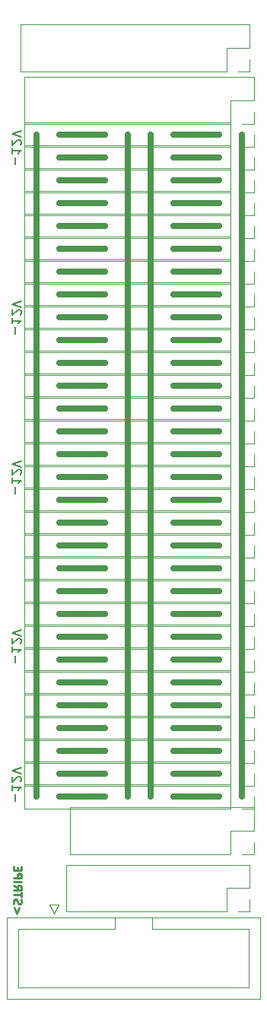
<source format=gbo>
%TF.GenerationSoftware,KiCad,Pcbnew,(6.0.1)*%
%TF.CreationDate,2022-11-03T08:37:49-04:00*%
%TF.ProjectId,ER-PROTO-02-DB,45522d50-524f-4544-9f2d-30322d44422e,1*%
%TF.SameCoordinates,Original*%
%TF.FileFunction,Legend,Bot*%
%TF.FilePolarity,Positive*%
%FSLAX46Y46*%
G04 Gerber Fmt 4.6, Leading zero omitted, Abs format (unit mm)*
G04 Created by KiCad (PCBNEW (6.0.1)) date 2022-11-03 08:37:49*
%MOMM*%
%LPD*%
G01*
G04 APERTURE LIST*
%ADD10C,0.150000*%
%ADD11C,0.635000*%
%ADD12C,0.222250*%
%ADD13C,0.120000*%
G04 APERTURE END LIST*
D10*
X99242571Y-81644904D02*
X99242571Y-80883000D01*
X98861619Y-79883000D02*
X98861619Y-80454428D01*
X98861619Y-80168714D02*
X99861619Y-80168714D01*
X99718761Y-80263952D01*
X99623523Y-80359190D01*
X99575904Y-80454428D01*
X99766380Y-79502047D02*
X99814000Y-79454428D01*
X99861619Y-79359190D01*
X99861619Y-79121095D01*
X99814000Y-79025857D01*
X99766380Y-78978238D01*
X99671142Y-78930619D01*
X99575904Y-78930619D01*
X99433047Y-78978238D01*
X98861619Y-79549666D01*
X98861619Y-78930619D01*
X99861619Y-78644904D02*
X98861619Y-78311571D01*
X99861619Y-77978238D01*
X99242571Y-45068904D02*
X99242571Y-44307000D01*
X98861619Y-43307000D02*
X98861619Y-43878428D01*
X98861619Y-43592714D02*
X99861619Y-43592714D01*
X99718761Y-43687952D01*
X99623523Y-43783190D01*
X99575904Y-43878428D01*
X99766380Y-42926047D02*
X99814000Y-42878428D01*
X99861619Y-42783190D01*
X99861619Y-42545095D01*
X99814000Y-42449857D01*
X99766380Y-42402238D01*
X99671142Y-42354619D01*
X99575904Y-42354619D01*
X99433047Y-42402238D01*
X98861619Y-42973666D01*
X98861619Y-42354619D01*
X99861619Y-42068904D02*
X98861619Y-41735571D01*
X99861619Y-41402238D01*
X99242571Y-62848904D02*
X99242571Y-62087000D01*
X98861619Y-61087000D02*
X98861619Y-61658428D01*
X98861619Y-61372714D02*
X99861619Y-61372714D01*
X99718761Y-61467952D01*
X99623523Y-61563190D01*
X99575904Y-61658428D01*
X99766380Y-60706047D02*
X99814000Y-60658428D01*
X99861619Y-60563190D01*
X99861619Y-60325095D01*
X99814000Y-60229857D01*
X99766380Y-60182238D01*
X99671142Y-60134619D01*
X99575904Y-60134619D01*
X99433047Y-60182238D01*
X98861619Y-60753666D01*
X98861619Y-60134619D01*
X99861619Y-59848904D02*
X98861619Y-59515571D01*
X99861619Y-59182238D01*
D11*
X116840000Y-40640000D02*
X121920000Y-40640000D01*
X116840000Y-63500000D02*
X121920000Y-63500000D01*
X111760000Y-96520000D02*
X111760000Y-22860000D01*
X104140000Y-33020000D02*
X109220000Y-33020000D01*
X104140000Y-60960000D02*
X109220000Y-60960000D01*
X116840000Y-93980000D02*
X121920000Y-93980000D01*
X116840000Y-73660000D02*
X121920000Y-73660000D01*
X104140000Y-93980000D02*
X109220000Y-93980000D01*
X104140000Y-53340000D02*
X109220000Y-53340000D01*
X116840000Y-96520000D02*
X121920000Y-96520000D01*
X116840000Y-71120000D02*
X121920000Y-71120000D01*
X116840000Y-60960000D02*
X121920000Y-60960000D01*
X116840000Y-58420000D02*
X121920000Y-58420000D01*
X116840000Y-30480000D02*
X121920000Y-30480000D01*
X104140000Y-81280000D02*
X109220000Y-81280000D01*
X116840000Y-50800000D02*
X121920000Y-50800000D01*
X116840000Y-35560000D02*
X121920000Y-35560000D01*
X116840000Y-45720000D02*
X121920000Y-45720000D01*
X116840000Y-22860000D02*
X121920000Y-22860000D01*
X104140000Y-58420000D02*
X109220000Y-58420000D01*
X104140000Y-25400000D02*
X109220000Y-25400000D01*
X104140000Y-83820000D02*
X109220000Y-83820000D01*
X104140000Y-45720000D02*
X109220000Y-45720000D01*
X104140000Y-27940000D02*
X109220000Y-27940000D01*
X104140000Y-66040000D02*
X109220000Y-66040000D01*
X116840000Y-88900000D02*
X121920000Y-88900000D01*
X116840000Y-81280000D02*
X121920000Y-81280000D01*
X104140000Y-91440000D02*
X109220000Y-91440000D01*
X104140000Y-50800000D02*
X109220000Y-50800000D01*
X101600000Y-96520000D02*
X101600000Y-22860000D01*
X104140000Y-76200000D02*
X109220000Y-76200000D01*
X104140000Y-22860000D02*
X109220000Y-22860000D01*
X104140000Y-40640000D02*
X109220000Y-40640000D01*
X116840000Y-76200000D02*
X121920000Y-76200000D01*
X116840000Y-53340000D02*
X121920000Y-53340000D01*
X116840000Y-91440000D02*
X121920000Y-91440000D01*
X104140000Y-55880000D02*
X109220000Y-55880000D01*
X116840000Y-66040000D02*
X121920000Y-66040000D01*
X116840000Y-43180000D02*
X121920000Y-43180000D01*
X116840000Y-86360000D02*
X121920000Y-86360000D01*
X116840000Y-83820000D02*
X121920000Y-83820000D01*
X104140000Y-86360000D02*
X109220000Y-86360000D01*
X104140000Y-43180000D02*
X109220000Y-43180000D01*
X124460000Y-96520000D02*
X124460000Y-22860000D01*
X116840000Y-68580000D02*
X121920000Y-68580000D01*
X116840000Y-78740000D02*
X121920000Y-78740000D01*
X114300000Y-96520000D02*
X114300000Y-22860000D01*
X116840000Y-27940000D02*
X121920000Y-27940000D01*
X104140000Y-73660000D02*
X109220000Y-73660000D01*
X104140000Y-63500000D02*
X109220000Y-63500000D01*
X116840000Y-33020000D02*
X121920000Y-33020000D01*
X116840000Y-38100000D02*
X121920000Y-38100000D01*
X116840000Y-48260000D02*
X121920000Y-48260000D01*
X104140000Y-48260000D02*
X109220000Y-48260000D01*
X104140000Y-68580000D02*
X109220000Y-68580000D01*
X104140000Y-38100000D02*
X109220000Y-38100000D01*
X116840000Y-25400000D02*
X121920000Y-25400000D01*
X104140000Y-71120000D02*
X109220000Y-71120000D01*
X104140000Y-88900000D02*
X109220000Y-88900000D01*
X104140000Y-96520000D02*
X109220000Y-96520000D01*
X104140000Y-30480000D02*
X109220000Y-30480000D01*
X104140000Y-35560000D02*
X109220000Y-35560000D01*
X116840000Y-55880000D02*
X121920000Y-55880000D01*
X104140000Y-78740000D02*
X109220000Y-78740000D01*
D12*
X99631500Y-108860166D02*
X99377500Y-109537500D01*
X99123500Y-108860166D01*
X99081166Y-108479166D02*
X99038833Y-108352166D01*
X99038833Y-108140500D01*
X99081166Y-108055833D01*
X99123500Y-108013500D01*
X99208166Y-107971166D01*
X99292833Y-107971166D01*
X99377500Y-108013500D01*
X99419833Y-108055833D01*
X99462166Y-108140500D01*
X99504500Y-108309833D01*
X99546833Y-108394500D01*
X99589166Y-108436833D01*
X99673833Y-108479166D01*
X99758500Y-108479166D01*
X99843166Y-108436833D01*
X99885500Y-108394500D01*
X99927833Y-108309833D01*
X99927833Y-108098166D01*
X99885500Y-107971166D01*
X99927833Y-107717166D02*
X99927833Y-107209166D01*
X99038833Y-107463166D02*
X99927833Y-107463166D01*
X99038833Y-106404833D02*
X99462166Y-106701166D01*
X99038833Y-106912833D02*
X99927833Y-106912833D01*
X99927833Y-106574166D01*
X99885500Y-106489500D01*
X99843166Y-106447166D01*
X99758500Y-106404833D01*
X99631500Y-106404833D01*
X99546833Y-106447166D01*
X99504500Y-106489500D01*
X99462166Y-106574166D01*
X99462166Y-106912833D01*
X99038833Y-106023833D02*
X99927833Y-106023833D01*
X99038833Y-105600500D02*
X99927833Y-105600500D01*
X99927833Y-105261833D01*
X99885500Y-105177166D01*
X99843166Y-105134833D01*
X99758500Y-105092500D01*
X99631500Y-105092500D01*
X99546833Y-105134833D01*
X99504500Y-105177166D01*
X99462166Y-105261833D01*
X99462166Y-105600500D01*
X99504500Y-104711500D02*
X99504500Y-104415166D01*
X99038833Y-104288166D02*
X99038833Y-104711500D01*
X99927833Y-104711500D01*
X99927833Y-104288166D01*
D10*
X99242571Y-97011904D02*
X99242571Y-96250000D01*
X98861619Y-95250000D02*
X98861619Y-95821428D01*
X98861619Y-95535714D02*
X99861619Y-95535714D01*
X99718761Y-95630952D01*
X99623523Y-95726190D01*
X99575904Y-95821428D01*
X99766380Y-94869047D02*
X99814000Y-94821428D01*
X99861619Y-94726190D01*
X99861619Y-94488095D01*
X99814000Y-94392857D01*
X99766380Y-94345238D01*
X99671142Y-94297619D01*
X99575904Y-94297619D01*
X99433047Y-94345238D01*
X98861619Y-94916666D01*
X98861619Y-94297619D01*
X99861619Y-94011904D02*
X98861619Y-93678571D01*
X99861619Y-93345238D01*
X99242571Y-26145904D02*
X99242571Y-25384000D01*
X98861619Y-24384000D02*
X98861619Y-24955428D01*
X98861619Y-24669714D02*
X99861619Y-24669714D01*
X99718761Y-24764952D01*
X99623523Y-24860190D01*
X99575904Y-24955428D01*
X99766380Y-24003047D02*
X99814000Y-23955428D01*
X99861619Y-23860190D01*
X99861619Y-23622095D01*
X99814000Y-23526857D01*
X99766380Y-23479238D01*
X99671142Y-23431619D01*
X99575904Y-23431619D01*
X99433047Y-23479238D01*
X98861619Y-24050666D01*
X98861619Y-23431619D01*
X99861619Y-23145904D02*
X98861619Y-22812571D01*
X99861619Y-22479238D01*
D13*
%TO.C,J19*%
X123190000Y-47050000D02*
X123190000Y-44390000D01*
X124460000Y-47050000D02*
X125790000Y-47050000D01*
X100270000Y-47050000D02*
X100270000Y-44390000D01*
X125790000Y-47050000D02*
X125790000Y-45720000D01*
X123190000Y-47050000D02*
X100270000Y-47050000D01*
X123190000Y-44390000D02*
X100270000Y-44390000D01*
%TO.C,J11*%
X123190000Y-41850000D02*
X100270000Y-41850000D01*
X125790000Y-44510000D02*
X125790000Y-43180000D01*
X100270000Y-44510000D02*
X100270000Y-41850000D01*
X124460000Y-44510000D02*
X125790000Y-44510000D01*
X123190000Y-44510000D02*
X100270000Y-44510000D01*
X123190000Y-44510000D02*
X123190000Y-41850000D01*
%TO.C,J10*%
X123190000Y-62290000D02*
X100270000Y-62290000D01*
X123190000Y-59630000D02*
X100270000Y-59630000D01*
X125790000Y-62290000D02*
X125790000Y-60960000D01*
X100270000Y-62290000D02*
X100270000Y-59630000D01*
X124460000Y-62290000D02*
X125790000Y-62290000D01*
X123190000Y-62290000D02*
X123190000Y-59630000D01*
%TO.C,J4*%
X123190000Y-90230000D02*
X123190000Y-87570000D01*
X124460000Y-90230000D02*
X125790000Y-90230000D01*
X123190000Y-87570000D02*
X100270000Y-87570000D01*
X123190000Y-90230000D02*
X100270000Y-90230000D01*
X125790000Y-90230000D02*
X125790000Y-88900000D01*
X100270000Y-90230000D02*
X100270000Y-87570000D01*
%TO.C,J28*%
X123190000Y-21650000D02*
X123190000Y-19050000D01*
X125790000Y-19050000D02*
X125790000Y-16450000D01*
X123190000Y-19050000D02*
X125790000Y-19050000D01*
X100270000Y-21650000D02*
X100270000Y-16450000D01*
X125790000Y-21650000D02*
X125790000Y-20320000D01*
X124460000Y-21650000D02*
X125790000Y-21650000D01*
X123190000Y-21650000D02*
X100270000Y-21650000D01*
X125790000Y-16450000D02*
X100270000Y-16450000D01*
%TO.C,J21*%
X123190000Y-85030000D02*
X100270000Y-85030000D01*
X123190000Y-87690000D02*
X123190000Y-85030000D01*
X125790000Y-87690000D02*
X125790000Y-86360000D01*
X100270000Y-87690000D02*
X100270000Y-85030000D01*
X124460000Y-87690000D02*
X125790000Y-87690000D01*
X123190000Y-87690000D02*
X100270000Y-87690000D01*
%TO.C,J1*%
X123190000Y-74870000D02*
X100270000Y-74870000D01*
X123190000Y-77530000D02*
X123190000Y-74870000D01*
X123190000Y-77530000D02*
X100270000Y-77530000D01*
X100270000Y-77530000D02*
X100270000Y-74870000D01*
X125790000Y-77530000D02*
X125790000Y-76200000D01*
X124460000Y-77530000D02*
X125790000Y-77530000D01*
%TO.C,J36*%
X123190000Y-21530000D02*
X100270000Y-21530000D01*
X123190000Y-24190000D02*
X123190000Y-21530000D01*
X124460000Y-24190000D02*
X125790000Y-24190000D01*
X100270000Y-24190000D02*
X100270000Y-21530000D01*
X125790000Y-24190000D02*
X125790000Y-22860000D01*
X123190000Y-24190000D02*
X100270000Y-24190000D01*
%TO.C,J24*%
X100270000Y-95310000D02*
X100270000Y-92650000D01*
X123190000Y-95310000D02*
X100270000Y-95310000D01*
X123190000Y-95310000D02*
X123190000Y-92650000D01*
X124460000Y-95310000D02*
X125790000Y-95310000D01*
X125790000Y-95310000D02*
X125790000Y-93980000D01*
X123190000Y-92650000D02*
X100270000Y-92650000D01*
%TO.C,J14*%
X123190000Y-80070000D02*
X100270000Y-80070000D01*
X125790000Y-80070000D02*
X125790000Y-78740000D01*
X123190000Y-80070000D02*
X123190000Y-77410000D01*
X100270000Y-80070000D02*
X100270000Y-77410000D01*
X124460000Y-80070000D02*
X125790000Y-80070000D01*
X123190000Y-77410000D02*
X100270000Y-77410000D01*
%TO.C,J2*%
X123190000Y-82490000D02*
X100270000Y-82490000D01*
X100270000Y-85150000D02*
X100270000Y-82490000D01*
X123190000Y-85150000D02*
X123190000Y-82490000D01*
X123190000Y-85150000D02*
X100270000Y-85150000D01*
X124460000Y-85150000D02*
X125790000Y-85150000D01*
X125790000Y-85150000D02*
X125790000Y-83820000D01*
%TO.C,J32*%
X100270000Y-31810000D02*
X100270000Y-29150000D01*
X123190000Y-31810000D02*
X123190000Y-29150000D01*
X124460000Y-31810000D02*
X125790000Y-31810000D01*
X123190000Y-31810000D02*
X100270000Y-31810000D01*
X125790000Y-31810000D02*
X125790000Y-30480000D01*
X123190000Y-29150000D02*
X100270000Y-29150000D01*
%TO.C,J29*%
X125790000Y-102930000D02*
X125790000Y-101600000D01*
X123190000Y-100330000D02*
X125790000Y-100330000D01*
X123190000Y-102930000D02*
X105350000Y-102930000D01*
X105350000Y-102930000D02*
X105350000Y-97730000D01*
X124460000Y-102930000D02*
X125790000Y-102930000D01*
X125790000Y-100330000D02*
X125790000Y-97730000D01*
X123190000Y-102930000D02*
X123190000Y-100330000D01*
X125790000Y-97730000D02*
X105350000Y-97730000D01*
%TO.C,J6*%
X123190000Y-67370000D02*
X123190000Y-64710000D01*
X123190000Y-64710000D02*
X100270000Y-64710000D01*
X125790000Y-67370000D02*
X125790000Y-66040000D01*
X123190000Y-67370000D02*
X100270000Y-67370000D01*
X124460000Y-67370000D02*
X125790000Y-67370000D01*
X100270000Y-67370000D02*
X100270000Y-64710000D01*
%TO.C,J20*%
X123190000Y-72450000D02*
X100270000Y-72450000D01*
X123190000Y-72450000D02*
X123190000Y-69790000D01*
X124460000Y-72450000D02*
X125790000Y-72450000D01*
X123190000Y-69790000D02*
X100270000Y-69790000D01*
X125790000Y-72450000D02*
X125790000Y-71120000D01*
X100270000Y-72450000D02*
X100270000Y-69790000D01*
%TO.C,J26*%
X123190000Y-52130000D02*
X100270000Y-52130000D01*
X124460000Y-52130000D02*
X125790000Y-52130000D01*
X123190000Y-52130000D02*
X123190000Y-49470000D01*
X100270000Y-52130000D02*
X100270000Y-49470000D01*
X125790000Y-52130000D02*
X125790000Y-50800000D01*
X123190000Y-49470000D02*
X100270000Y-49470000D01*
%TO.C,J12*%
X124460000Y-59750000D02*
X125790000Y-59750000D01*
X123190000Y-59750000D02*
X123190000Y-57090000D01*
X125790000Y-59750000D02*
X125790000Y-58420000D01*
X123190000Y-59750000D02*
X100270000Y-59750000D01*
X100270000Y-59750000D02*
X100270000Y-57090000D01*
X123190000Y-57090000D02*
X100270000Y-57090000D01*
%TO.C,J17*%
X124460000Y-39430000D02*
X125790000Y-39430000D01*
X123190000Y-39430000D02*
X100270000Y-39430000D01*
X125790000Y-39430000D02*
X125790000Y-38100000D01*
X123190000Y-39430000D02*
X123190000Y-36770000D01*
X100270000Y-39430000D02*
X100270000Y-36770000D01*
X123190000Y-36770000D02*
X100270000Y-36770000D01*
%TO.C,J22*%
X124460000Y-92770000D02*
X125790000Y-92770000D01*
X123190000Y-90110000D02*
X100270000Y-90110000D01*
X123190000Y-92770000D02*
X100270000Y-92770000D01*
X123190000Y-92770000D02*
X123190000Y-90110000D01*
X100270000Y-92770000D02*
X100270000Y-90110000D01*
X125790000Y-92770000D02*
X125790000Y-91440000D01*
%TO.C,J13*%
X123190000Y-74990000D02*
X100270000Y-74990000D01*
X123190000Y-74990000D02*
X123190000Y-72330000D01*
X124460000Y-74990000D02*
X125790000Y-74990000D01*
X125790000Y-74990000D02*
X125790000Y-73660000D01*
X123190000Y-72330000D02*
X100270000Y-72330000D01*
X100270000Y-74990000D02*
X100270000Y-72330000D01*
%TO.C,J31*%
X124460000Y-29270000D02*
X125790000Y-29270000D01*
X123190000Y-29270000D02*
X123190000Y-26610000D01*
X123190000Y-29270000D02*
X100270000Y-29270000D01*
X125790000Y-29270000D02*
X125790000Y-27940000D01*
X100270000Y-29270000D02*
X100270000Y-26610000D01*
X123190000Y-26610000D02*
X100270000Y-26610000D01*
%TO.C,J9*%
X110340000Y-111267500D02*
X99590000Y-111267500D01*
X99590000Y-111267500D02*
X99590000Y-117767500D01*
X125190000Y-117767500D02*
X125190000Y-111267500D01*
X103000000Y-108567500D02*
X104000000Y-108567500D01*
X98290000Y-109957500D02*
X98290000Y-119077500D01*
X99590000Y-117767500D02*
X125190000Y-117767500D01*
X103500000Y-109567500D02*
X103000000Y-108567500D01*
X110340000Y-109957500D02*
X110340000Y-111267500D01*
X104000000Y-108567500D02*
X103500000Y-109567500D01*
X114440000Y-111267500D02*
X114440000Y-109957500D01*
X126490000Y-109957500D02*
X98290000Y-109957500D01*
X126490000Y-119077500D02*
X126490000Y-109957500D01*
X114440000Y-111267500D02*
X114440000Y-111267500D01*
X98290000Y-119077500D02*
X126490000Y-119077500D01*
X125190000Y-111267500D02*
X114440000Y-111267500D01*
%TO.C,J25*%
X123190000Y-46930000D02*
X100270000Y-46930000D01*
X124460000Y-49590000D02*
X125790000Y-49590000D01*
X100270000Y-49590000D02*
X100270000Y-46930000D01*
X123190000Y-49590000D02*
X100270000Y-49590000D01*
X125790000Y-49590000D02*
X125790000Y-48260000D01*
X123190000Y-49590000D02*
X123190000Y-46930000D01*
%TO.C,J18*%
X124460000Y-41970000D02*
X125790000Y-41970000D01*
X125790000Y-41970000D02*
X125790000Y-40640000D01*
X123190000Y-41970000D02*
X123190000Y-39310000D01*
X123190000Y-39310000D02*
X100270000Y-39310000D01*
X100270000Y-41970000D02*
X100270000Y-39310000D01*
X123190000Y-41970000D02*
X100270000Y-41970000D01*
%TO.C,J23*%
X123190000Y-69910000D02*
X123190000Y-67250000D01*
X125790000Y-69910000D02*
X125790000Y-68580000D01*
X123190000Y-67250000D02*
X100270000Y-67250000D01*
X123190000Y-69910000D02*
X100270000Y-69910000D01*
X100270000Y-69910000D02*
X100270000Y-67250000D01*
X124460000Y-69910000D02*
X125790000Y-69910000D01*
%TO.C,J27*%
X123190000Y-82610000D02*
X123190000Y-79950000D01*
X124460000Y-82610000D02*
X125790000Y-82610000D01*
X123190000Y-79950000D02*
X100270000Y-79950000D01*
X100270000Y-82610000D02*
X100270000Y-79950000D01*
X123190000Y-82610000D02*
X100270000Y-82610000D01*
X125790000Y-82610000D02*
X125790000Y-81280000D01*
%TO.C,J30*%
X123190000Y-34230000D02*
X100270000Y-34230000D01*
X123190000Y-36890000D02*
X100270000Y-36890000D01*
X123190000Y-36890000D02*
X123190000Y-34230000D01*
X125790000Y-36890000D02*
X125790000Y-35560000D01*
X124460000Y-36890000D02*
X125790000Y-36890000D01*
X100270000Y-36890000D02*
X100270000Y-34230000D01*
%TO.C,J5*%
X124460000Y-57210000D02*
X125790000Y-57210000D01*
X123190000Y-54550000D02*
X100270000Y-54550000D01*
X100270000Y-57210000D02*
X100270000Y-54550000D01*
X125790000Y-57210000D02*
X125790000Y-55880000D01*
X123190000Y-57210000D02*
X100270000Y-57210000D01*
X123190000Y-57210000D02*
X123190000Y-54550000D01*
%TO.C,J16*%
X123190000Y-64830000D02*
X123190000Y-62170000D01*
X123190000Y-62170000D02*
X100270000Y-62170000D01*
X124460000Y-64830000D02*
X125790000Y-64830000D01*
X125790000Y-64830000D02*
X125790000Y-63500000D01*
X123190000Y-64830000D02*
X100270000Y-64830000D01*
X100270000Y-64830000D02*
X100270000Y-62170000D01*
%TO.C,J8*%
X99810000Y-15830000D02*
X99810000Y-10630000D01*
X122730000Y-15830000D02*
X99810000Y-15830000D01*
X124000000Y-15830000D02*
X125330000Y-15830000D01*
X122730000Y-15830000D02*
X122730000Y-13230000D01*
X125330000Y-13230000D02*
X125330000Y-10630000D01*
X125330000Y-15830000D02*
X125330000Y-14500000D01*
X122730000Y-13230000D02*
X125330000Y-13230000D01*
X125330000Y-10630000D02*
X99810000Y-10630000D01*
%TO.C,J7*%
X122730000Y-106730000D02*
X125330000Y-106730000D01*
X124000000Y-109330000D02*
X125330000Y-109330000D01*
X125330000Y-109330000D02*
X125330000Y-108000000D01*
X125330000Y-104130000D02*
X104890000Y-104130000D01*
X122730000Y-109330000D02*
X122730000Y-106730000D01*
X104890000Y-109330000D02*
X104890000Y-104130000D01*
X122730000Y-109330000D02*
X104890000Y-109330000D01*
X125330000Y-106730000D02*
X125330000Y-104130000D01*
%TO.C,J33*%
X123190000Y-34350000D02*
X123190000Y-31690000D01*
X123190000Y-34350000D02*
X100270000Y-34350000D01*
X124460000Y-34350000D02*
X125790000Y-34350000D01*
X123190000Y-31690000D02*
X100270000Y-31690000D01*
X125790000Y-34350000D02*
X125790000Y-33020000D01*
X100270000Y-34350000D02*
X100270000Y-31690000D01*
%TO.C,J15*%
X100270000Y-97850000D02*
X100270000Y-95190000D01*
X125790000Y-97850000D02*
X125790000Y-96520000D01*
X124460000Y-97850000D02*
X125790000Y-97850000D01*
X123190000Y-95190000D02*
X100270000Y-95190000D01*
X123190000Y-97850000D02*
X100270000Y-97850000D01*
X123190000Y-97850000D02*
X123190000Y-95190000D01*
%TO.C,J3*%
X123190000Y-54670000D02*
X100270000Y-54670000D01*
X123190000Y-52010000D02*
X100270000Y-52010000D01*
X100270000Y-54670000D02*
X100270000Y-52010000D01*
X124460000Y-54670000D02*
X125790000Y-54670000D01*
X123190000Y-54670000D02*
X123190000Y-52010000D01*
X125790000Y-54670000D02*
X125790000Y-53340000D01*
%TO.C,J35*%
X125790000Y-26730000D02*
X125790000Y-25400000D01*
X123190000Y-24070000D02*
X100270000Y-24070000D01*
X123190000Y-26730000D02*
X100270000Y-26730000D01*
X123190000Y-26730000D02*
X123190000Y-24070000D01*
X100270000Y-26730000D02*
X100270000Y-24070000D01*
X124460000Y-26730000D02*
X125790000Y-26730000D01*
%TD*%
M02*

</source>
